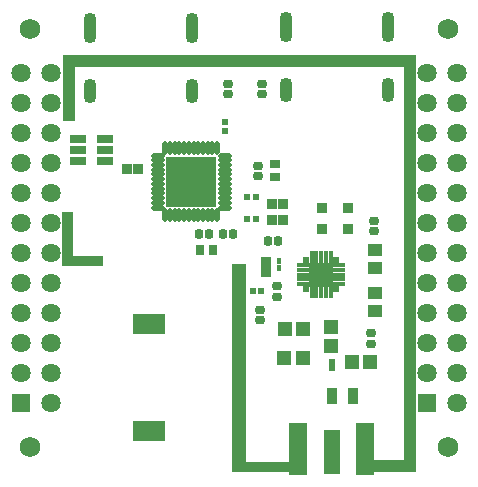
<source format=gts>
G04*
G04 #@! TF.GenerationSoftware,Altium Limited,Altium Designer,22.11.1 (43)*
G04*
G04 Layer_Color=8388736*
%FSLAX25Y25*%
%MOIN*%
G70*
G04*
G04 #@! TF.SameCoordinates,40CF40E7-FDA6-4BEF-B87F-FA6DAB628F73*
G04*
G04*
G04 #@! TF.FilePolarity,Negative*
G04*
G01*
G75*
%ADD20R,0.11024X0.06693*%
%ADD29R,0.01860X0.02029*%
%ADD30R,0.02029X0.01860*%
%ADD43R,0.03556X0.03359*%
G04:AMPARAMS|DCode=44|XSize=31.62mil|YSize=29.26mil|CornerRadius=9.63mil|HoleSize=0mil|Usage=FLASHONLY|Rotation=180.000|XOffset=0mil|YOffset=0mil|HoleType=Round|Shape=RoundedRectangle|*
%AMROUNDEDRECTD44*
21,1,0.03162,0.00999,0,0,180.0*
21,1,0.01235,0.02926,0,0,180.0*
1,1,0.01927,-0.00618,0.00500*
1,1,0.01927,0.00618,0.00500*
1,1,0.01927,0.00618,-0.00500*
1,1,0.01927,-0.00618,-0.00500*
%
%ADD44ROUNDEDRECTD44*%
%ADD45R,0.03241X0.03438*%
%ADD46R,0.03635X0.02847*%
%ADD47R,0.06115X0.17335*%
%ADD48R,0.05800X0.14973*%
%ADD49R,0.01784X0.02178*%
%ADD50R,0.17099X0.17099*%
%ADD51O,0.01784X0.04540*%
%ADD52O,0.04540X0.01784*%
%ADD53R,0.03792X0.05800*%
%ADD54R,0.04501X0.04619*%
%ADD55R,0.01981X0.01981*%
%ADD56R,0.03950X0.01587*%
%ADD57R,0.01587X0.03950*%
%ADD58R,0.07887X0.07887*%
%ADD59R,0.03320X0.03477*%
%ADD60R,0.02099X0.02237*%
%ADD61R,0.04540X0.04737*%
%ADD62R,0.04619X0.04501*%
%ADD63R,0.04737X0.03950*%
%ADD64R,0.02847X0.03635*%
G04:AMPARAMS|DCode=65|XSize=31.62mil|YSize=29.26mil|CornerRadius=9.63mil|HoleSize=0mil|Usage=FLASHONLY|Rotation=270.000|XOffset=0mil|YOffset=0mil|HoleType=Round|Shape=RoundedRectangle|*
%AMROUNDEDRECTD65*
21,1,0.03162,0.00999,0,0,270.0*
21,1,0.01235,0.02926,0,0,270.0*
1,1,0.01927,-0.00500,-0.00618*
1,1,0.01927,-0.00500,0.00618*
1,1,0.01927,0.00500,0.00618*
1,1,0.01927,0.00500,-0.00618*
%
%ADD65ROUNDEDRECTD65*%
%ADD66R,0.05524X0.03162*%
%ADD67C,0.06410*%
%ADD68R,0.06410X0.06410*%
G04:AMPARAMS|DCode=69|XSize=43.31mil|YSize=102.36mil|CornerRadius=21.65mil|HoleSize=0mil|Usage=FLASHONLY|Rotation=0.000|XOffset=0mil|YOffset=0mil|HoleType=Round|Shape=RoundedRectangle|*
%AMROUNDEDRECTD69*
21,1,0.04331,0.05906,0,0,0.0*
21,1,0.00000,0.10236,0,0,0.0*
1,1,0.04331,0.00000,-0.02953*
1,1,0.04331,0.00000,-0.02953*
1,1,0.04331,0.00000,0.02953*
1,1,0.04331,0.00000,0.02953*
%
%ADD69ROUNDEDRECTD69*%
G04:AMPARAMS|DCode=70|XSize=43.31mil|YSize=82.68mil|CornerRadius=21.65mil|HoleSize=0mil|Usage=FLASHONLY|Rotation=0.000|XOffset=0mil|YOffset=0mil|HoleType=Round|Shape=RoundedRectangle|*
%AMROUNDEDRECTD70*
21,1,0.04331,0.03937,0,0,0.0*
21,1,0.00000,0.08268,0,0,0.0*
1,1,0.04331,0.00000,-0.01968*
1,1,0.04331,0.00000,-0.01968*
1,1,0.04331,0.00000,0.01968*
1,1,0.04331,0.00000,0.01968*
%
%ADD70ROUNDEDRECTD70*%
%ADD71C,0.06800*%
%ADD72C,0.02769*%
G36*
X102362Y151969D02*
Y151575D01*
X112205D01*
Y148425D01*
X111811Y148031D01*
X98425D01*
Y166142D01*
X102362D01*
Y151969D01*
D02*
G37*
G36*
X159843Y82677D02*
X174409D01*
Y79543D01*
X155118D01*
Y148819D01*
X159843D01*
Y82677D01*
D02*
G37*
G36*
X216535Y83465D02*
Y79543D01*
X202362Y79543D01*
Y83465D01*
X212598D01*
Y214567D01*
X102756D01*
Y196457D01*
X98819D01*
Y214567D01*
Y218504D01*
X216535D01*
Y83465D01*
D02*
G37*
D20*
X127559Y128937D02*
D03*
Y93110D02*
D03*
D29*
X152832Y196237D02*
D03*
Y193256D02*
D03*
D30*
X163337Y170984D02*
D03*
X160356D02*
D03*
X165038Y139961D02*
D03*
X162057D02*
D03*
X163337Y163881D02*
D03*
X160356D02*
D03*
D43*
X124016Y180315D02*
D03*
X120276D02*
D03*
X172242Y163386D02*
D03*
X168502D02*
D03*
X172242Y168914D02*
D03*
X168502D02*
D03*
D44*
X153937Y208780D02*
D03*
Y205394D02*
D03*
X165354Y208780D02*
D03*
Y205394D02*
D03*
X170065Y141311D02*
D03*
Y137925D02*
D03*
X164393Y130214D02*
D03*
Y133599D02*
D03*
X201575Y125666D02*
D03*
Y122281D02*
D03*
X202559Y159758D02*
D03*
Y163144D02*
D03*
X163878Y181516D02*
D03*
Y178130D02*
D03*
D45*
X193965Y167311D02*
D03*
X185304D02*
D03*
X193965Y160618D02*
D03*
X185304D02*
D03*
D46*
X169390Y177657D02*
D03*
Y181988D02*
D03*
D47*
X199606Y87008D02*
D03*
X177362D02*
D03*
D48*
X188484Y86220D02*
D03*
D49*
X171010Y147539D02*
D03*
Y149705D02*
D03*
D50*
X141608Y176279D02*
D03*
D51*
X150270Y165059D02*
D03*
X148695D02*
D03*
X147120D02*
D03*
X145545D02*
D03*
X143971D02*
D03*
X142396D02*
D03*
X140821D02*
D03*
X139246D02*
D03*
X137671D02*
D03*
X136097D02*
D03*
X134522D02*
D03*
X132947D02*
D03*
Y187500D02*
D03*
X134522D02*
D03*
X136097D02*
D03*
X137671D02*
D03*
X139246D02*
D03*
X140821D02*
D03*
X142396D02*
D03*
X143971D02*
D03*
X145545D02*
D03*
X147120D02*
D03*
X148695D02*
D03*
X150270D02*
D03*
D52*
X130388Y167618D02*
D03*
Y169193D02*
D03*
Y170768D02*
D03*
Y172343D02*
D03*
Y173917D02*
D03*
Y175492D02*
D03*
Y177067D02*
D03*
Y178642D02*
D03*
Y180217D02*
D03*
Y181791D02*
D03*
Y183366D02*
D03*
Y184941D02*
D03*
X152829D02*
D03*
Y183366D02*
D03*
Y181791D02*
D03*
Y180217D02*
D03*
Y178642D02*
D03*
Y177067D02*
D03*
Y175492D02*
D03*
Y173917D02*
D03*
Y172343D02*
D03*
Y170768D02*
D03*
Y169193D02*
D03*
Y167618D02*
D03*
D53*
X188425Y104958D02*
D03*
X195433D02*
D03*
D54*
X201378Y116240D02*
D03*
X195157D02*
D03*
X172677Y117421D02*
D03*
X178898D02*
D03*
D55*
X189826Y140329D02*
D03*
Y150171D02*
D03*
X179983D02*
D03*
Y140329D02*
D03*
D56*
X190810Y142101D02*
D03*
Y143675D02*
D03*
Y145250D02*
D03*
Y146825D02*
D03*
Y148400D02*
D03*
X178999D02*
D03*
Y146825D02*
D03*
Y145250D02*
D03*
Y143675D02*
D03*
Y142101D02*
D03*
D57*
X188054Y151156D02*
D03*
X186479D02*
D03*
X184905D02*
D03*
X183330D02*
D03*
X181755D02*
D03*
Y139345D02*
D03*
X183330D02*
D03*
X184905D02*
D03*
X186479D02*
D03*
X188054D02*
D03*
D58*
X184905Y145250D02*
D03*
D59*
X166663Y149635D02*
D03*
Y146170D02*
D03*
D60*
X188386Y116240D02*
D03*
Y114020D02*
D03*
D61*
X179035Y127025D02*
D03*
X172736D02*
D03*
D62*
X188147Y121576D02*
D03*
Y127796D02*
D03*
D63*
X202736Y147458D02*
D03*
Y153363D02*
D03*
Y139173D02*
D03*
Y133268D02*
D03*
D64*
X148721Y153369D02*
D03*
X144390D02*
D03*
D65*
X147559Y158858D02*
D03*
X144173D02*
D03*
X155450Y158881D02*
D03*
X152064D02*
D03*
X167152Y156595D02*
D03*
X170537D02*
D03*
D66*
X112795Y190453D02*
D03*
Y186713D02*
D03*
Y182972D02*
D03*
X103740D02*
D03*
Y186713D02*
D03*
Y190453D02*
D03*
D67*
X94882Y212598D02*
D03*
X84882D02*
D03*
X94882Y202598D02*
D03*
X84882D02*
D03*
X94882Y192598D02*
D03*
X84882D02*
D03*
X94882Y182598D02*
D03*
X84882D02*
D03*
X94882Y172598D02*
D03*
X84882D02*
D03*
X94882Y162598D02*
D03*
X84882D02*
D03*
X94882Y152598D02*
D03*
X84882D02*
D03*
X94882Y142598D02*
D03*
X84882D02*
D03*
X94882Y132598D02*
D03*
X84882D02*
D03*
X94882Y122598D02*
D03*
X84882D02*
D03*
X94882Y112598D02*
D03*
X84882D02*
D03*
X94882Y102598D02*
D03*
X230315Y212598D02*
D03*
X220315D02*
D03*
X230315Y202598D02*
D03*
X220315D02*
D03*
X230315Y192598D02*
D03*
X220315D02*
D03*
X230315Y182598D02*
D03*
X220315D02*
D03*
X230315Y172598D02*
D03*
X220315D02*
D03*
X230315Y162598D02*
D03*
X220315D02*
D03*
X230315Y152598D02*
D03*
X220315D02*
D03*
X230315Y142598D02*
D03*
X220315D02*
D03*
X230315Y132598D02*
D03*
X220315D02*
D03*
X230315Y122598D02*
D03*
X220315D02*
D03*
X230315Y112598D02*
D03*
X220315D02*
D03*
X230315Y102598D02*
D03*
D68*
X84882D02*
D03*
X220315D02*
D03*
D69*
X207165Y227953D02*
D03*
X173150D02*
D03*
X141811Y227559D02*
D03*
X107795D02*
D03*
D70*
X207165Y206850D02*
D03*
X173150D02*
D03*
X141811Y206457D02*
D03*
X107795D02*
D03*
D71*
X227165Y227165D02*
D03*
X87795D02*
D03*
X227165Y87795D02*
D03*
X87795D02*
D03*
D72*
X135112Y182775D02*
D03*
X139443D02*
D03*
X143774D02*
D03*
X148104D02*
D03*
X135112Y178445D02*
D03*
X139443D02*
D03*
X143774D02*
D03*
X148104D02*
D03*
X135112Y174114D02*
D03*
X139443D02*
D03*
X143774D02*
D03*
X148104D02*
D03*
X135112Y169783D02*
D03*
X139443D02*
D03*
X143774D02*
D03*
X148104D02*
D03*
M02*

</source>
